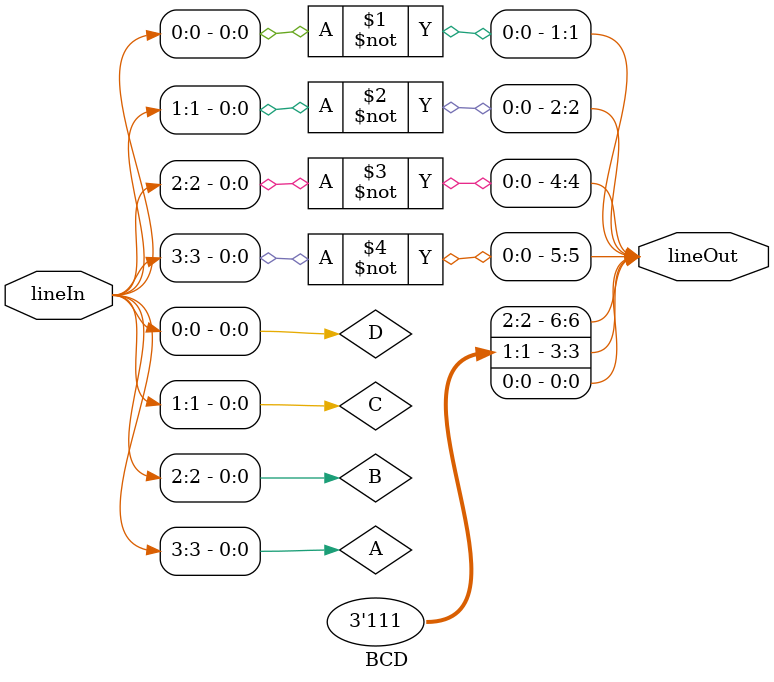
<source format=v>
module BCD(lineIn, lineOut);

	// Define inputs and outputs
	input [3:0] lineIn;
	output [6:0] lineOut;
	
	wire A = lineIn[3];
	wire B = lineIn[2];
	wire C = lineIn[1];
	wire D = lineIn[0];
	
	// Assign logic
	assign lineOut[0] = 1'b1;
	assign lineOut[1] = ~D;
	assign lineOut[2] = ~C;
	assign lineOut[3] = 1'b1;
	assign lineOut[4] = ~B;
	assign lineOut[5] = ~A;
	assign lineOut[6] = 1'b1;
	
endmodule
</source>
